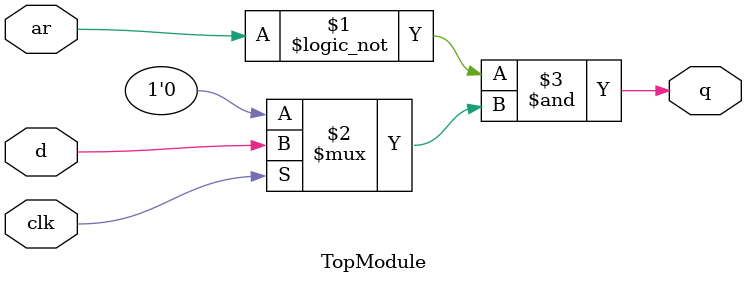
<source format=sv>

module TopModule (
  input clk,
  input d,
  input ar,
  output logic q
);
assign q = !ar & (clk ? d : 1'b0);

endmodule

</source>
